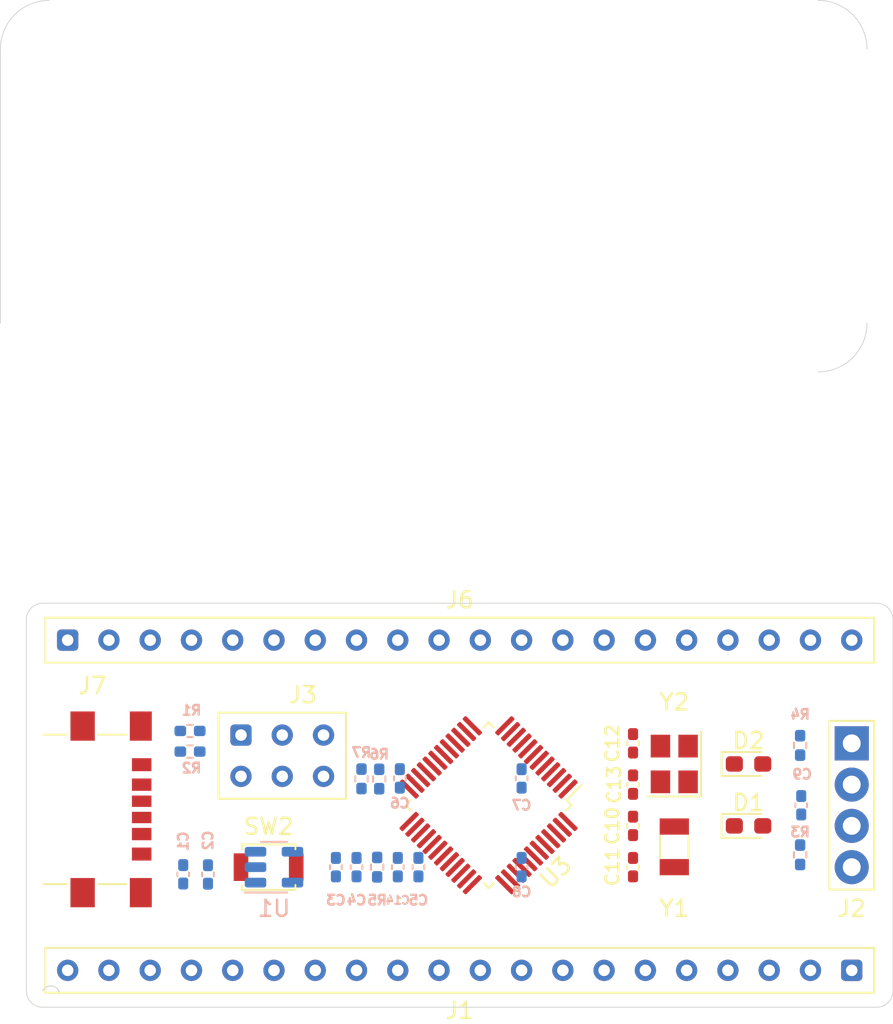
<source format=kicad_pcb>
(kicad_pcb (version 20240108) (generator "pcbnew") (generator_version "8.0")
  (layers (0 "F.Cu" signal) (31 "B.Cu" signal) (34 "B.Paste" user) (35 "F.Paste" user) (36 "B.SilkS" user "B.Silkscreen") (37 "F.SilkS" user "F.Silkscreen") (38 "B.Mask" user) (39 "F.Mask" user) (44 "Edge.Cuts" user))
  (net 0 "")
  (net 1 "+5V")
  (net 2 "GND")
  (net 3 "+3.3V")
  (net 4 "/OSC32_OUT")
  (net 5 "/OSC32_IN")
  (net 6 "/OSC_OUT")
  (net 7 "/OSC_IN")
  (net 8 "/NRST")
  (net 9 "Net-(D1-A)")
  (net 10 "Net-(D2-A)")
  (net 11 "/PA2")
  (net 12 "/PB10")
  (net 13 "/PA7")
  (net 14 "/PA6")
  (net 15 "/PA0")
  (net 16 "/PB1")
  (net 17 "/PB11")
  (net 18 "/PA3")
  (net 19 "/PC13")
  (net 20 "/PB0")
  (net 21 "/PA4")
  (net 22 "/PA1")
  (net 23 "/PA5")
  (net 24 "/PA14{slash}SWCLK")
  (net 25 "/PA13{slash}SWDIO")
  (net 26 "/PA8")
  (net 27 "/PB4")
  (net 28 "/PB6")
  (net 29 "/PB13")
  (net 30 "/PB8")
  (net 31 "/USB_D-_PA11")
  (net 32 "/USB_D+_PA12")
  (net 33 "/PA9{slash}USART1_TX")
  (net 34 "/PB12")
  (net 35 "/PB9")
  (net 36 "/PB7")
  (net 37 "/PB5")
  (net 38 "/PB15")
  (net 39 "/PA10{slash}USART1_RX")
  (net 40 "/PB14")
  (net 41 "/PB3")
  (net 42 "/PA15")
  (net 43 "/BOOT0")
  (net 44 "/BOOT1")
  (net 45 "Net-(J7-CC1)")
  (net 46 "Net-(J7-CC2)")
  (net 47 "Net-(U1-BP)")
  (net 48 "Net-(J3-Pin_2)")
  (net 49 "Net-(J3-Pin_5)")
  (footprint "small_board:CONN_1_04_P2.54mm" (layer "F.Cu") (at 152.4 109.22 -90)
    (property "Reference" "J2" (at 10.16 0 0) (layer "F.SilkS"))
    (property "Value" "SWD")
    (fp_line (start -1.38 1.38) (end 9 1.38) (stroke (width 0.12)) (layer "F.SilkS"))
    (fp_line (start -1.38 -1.38) (end -1.38 1.38) (stroke (width 0.12)) (layer "F.SilkS"))
    (fp_line (start -1.38 -1.38) (end 9 -1.38) (stroke (width 0.12)) (layer "F.SilkS"))
    (fp_line (start 9 -1.38) (end 9 1.38) (stroke (width 0.12)) (layer "F.SilkS"))
    (pad "1" thru_hole rect (at 0 0 270) (size 2.1 2.1) (drill 1.1) (layers "*.Cu" "*.Mask") (net 2 "GND"))
    (pad "2" thru_hole circle (at 2.54 0 270) (size 2.1 2.1) (drill 1.1) (layers "*.Cu" "*.Mask") (net 24 "/PA14{slash}SWCLK"))
    (pad "3" thru_hole circle (at 5.08 0 270) (size 2.1 2.1) (drill 1.1) (layers "*.Cu" "*.Mask") (net 25 "/PA13{slash}SWDIO"))
    (pad "4" thru_hole circle (at 7.62 0 270) (size 2.1 2.1) (drill 1.1) (layers "*.Cu" "*.Mask") (net 3 "+3.3V"))
  )
  (footprint "small_board:CONN_1_20_2.45mm" (layer "F.Cu") (at 152.4 123.19 180)
    (property "Reference" "J1" (at 24.13 -2.47 0) (layer "F.SilkS"))
    (property "Value" "~")
    (fp_line (start 49.64 1.38) (end -1.38 1.38) (stroke (width 0.12)) (layer "F.SilkS"))
    (fp_line (start 49.64 -1.38) (end 49.64 1.38) (stroke (width 0.12)) (layer "F.SilkS"))
    (fp_line (start -1.38 1.38) (end -1.38 -1.38) (stroke (width 0.12)) (layer "F.SilkS"))
    (fp_line (start -1.38 -1.38) (end 49.64 -1.38) (stroke (width 0.12)) (layer "F.SilkS"))
    (pad "1" thru_hole roundrect (at 0 0 180) (size 1.31 1.31) (drill 0.71) (layers "*.Cu" "*.Mask") (roundrect_rratio 0.19084) (net 2 "GND"))
    (pad "2" thru_hole circle (at 2.54 0 180) (size 1.31 1.31) (drill 0.71) (layers "*.Cu" "*.Mask") (net 2 "GND"))
    (pad "3" thru_hole circle (at 5.08 0 180) (size 1.31 1.31) (drill 0.71) (layers "*.Cu" "*.Mask") (net 3 "+3.3V"))
    (pad "4" thru_hole circle (at 7.62 0 180) (size 1.31 1.31) (drill 0.71) (layers "*.Cu" "*.Mask") (net 8 "/NRST"))
    (pad "5" thru_hole circle (at 10.16 0 180) (size 1.31 1.31) (drill 0.71) (layers "*.Cu" "*.Mask") (net 17 "/PB11"))
    (pad "6" thru_hole circle (at 12.7 0 180) (size 1.31 1.31) (drill 0.71) (layers "*.Cu" "*.Mask") (net 12 "/PB10"))
    (pad "7" thru_hole circle (at 15.24 0 180) (size 1.31 1.31) (drill 0.71) (layers "*.Cu" "*.Mask") (net 16 "/PB1"))
    (pad "8" thru_hole circle (at 17.78 0 180) (size 1.31 1.31) (drill 0.71) (layers "*.Cu" "*.Mask") (net 20 "/PB0"))
    (pad "9" thru_hole circle (at 20.32 0 180) (size 1.31 1.31) (drill 0.71) (layers "*.Cu" "*.Mask") (net 13 "/PA7"))
    (pad "10" thru_hole circle (at 22.86 0 180) (size 1.31 1.31) (drill 0.71) (layers "*.Cu" "*.Mask") (net 14 "/PA6"))
    (pad "11" thru_hole circle (at 25.4 0 180) (size 1.31 1.31) (drill 0.71) (layers "*.Cu" "*.Mask") (net 23 "/PA5"))
    (pad "12" thru_hole circle (at 27.94 0 180) (size 1.31 1.31) (drill 0.71) (layers "*.Cu" "*.Mask") (net 21 "/PA4"))
    (pad "13" thru_hole circle (at 30.48 0 180) (size 1.31 1.31) (drill 0.71) (layers "*.Cu" "*.Mask") (net 18 "/PA3"))
    (pad "14" thru_hole circle (at 33.02 0 180) (size 1.31 1.31) (drill 0.71) (layers "*.Cu" "*.Mask") (net 11 "/PA2"))
    (pad "15" thru_hole circle (at 35.56 0 180) (size 1.31 1.31) (drill 0.71) (layers "*.Cu" "*.Mask") (net 22 "/PA1"))
    (pad "16" thru_hole circle (at 38.1 0 180) (size 1.31 1.31) (drill 0.71) (layers "*.Cu" "*.Mask") (net 15 "/PA0"))
    (pad "17" thru_hole circle (at 40.64 0 180) (size 1.31 1.31) (drill 0.71) (layers "*.Cu" "*.Mask") (net 4 "/OSC32_OUT"))
    (pad "18" thru_hole circle (at 43.18 0 180) (size 1.31 1.31) (drill 0.71) (layers "*.Cu" "*.Mask") (net 5 "/OSC32_IN"))
    (pad "19" thru_hole circle (at 45.72 0 180) (size 1.31 1.31) (drill 0.71) (layers "*.Cu" "*.Mask") (net 19 "/PC13"))
    (pad "20" thru_hole circle (at 48.26 0 180) (size 1.31 1.31) (drill 0.71) (layers "*.Cu" "*.Mask") (net 3 "+3.3V"))
  )
  (footprint "Capacitor_SMD:C_0402_1005Metric_Pad0.74x0.62mm_HandSolder" (layer "F.Cu") (at 138.938 111.76 90)
    (property "Reference" "C13" (at 0 -1.16 90) (layer "F.SilkS") (effects (font (size 0.8 0.8))))
    (property "Value" "12PF")
    (fp_line (start -0.115835 -0.36) (end 0.115835 -0.36) (stroke (width 0.12)) (layer "F.SilkS"))
    (fp_line (start -0.115835 0.36) (end 0.115835 0.36) (stroke (width 0.12)) (layer "F.SilkS"))
    (pad "1" smd roundrect (at -0.5675 0 90) (size 0.735 0.62) (layers "F.Cu" "F.Paste" "F.Mask") (net 2 "GND"))
    (pad "2" smd roundrect (at 0.5675 0 90) (size 0.735 0.62) (layers "F.Cu" "F.Paste" "F.Mask") (net 7 "/OSC_IN"))
  )
  (footprint "Crystal:Crystal_SMD_3215-2Pin_3.2x1.5mm" (layer "F.Cu") (at 141.478 115.59 -90)
    (property "Reference" "Y1" (at 3.79 0 0) (layer "F.SilkS"))
    (property "Value" "32.768KHZ")
    (fp_line (start -0.675 0.875) (end 0.675 0.875) (stroke (width 0.12)) (layer "F.SilkS"))
    (fp_line (start -0.675 -0.875) (end 0.675 -0.875) (stroke (width 0.12)) (layer "F.SilkS"))
    (pad "1" smd rect (at 1.25 0 270) (size 1 1.8) (layers "F.Cu" "F.Paste" "F.Mask") (net 5 "/OSC32_IN"))
    (pad "2" smd rect (at -1.25 0 270) (size 1 1.8) (layers "F.Cu" "F.Paste" "F.Mask") (net 4 "/OSC32_OUT"))
  )
  (footprint "LED_SMD:LED_0603_1608Metric_Pad1.05x0.95mm_HandSolder" (layer "F.Cu") (at 146.05 110.49)
    (property "Reference" "D2" (at 0 -1.43 0) (layer "F.SilkS"))
    (property "Value" "LED")
    (fp_line (start -1.66 -0.735) (end -1.66 0.735) (stroke (width 0.12)) (layer "F.SilkS"))
    (fp_line (start -1.66 0.735) (end 0.8 0.735) (stroke (width 0.12)) (layer "F.SilkS"))
    (fp_line (start 0.8 -0.735) (end -1.66 -0.735) (stroke (width 0.12)) (layer "F.SilkS"))
    (pad "1" smd roundrect (at -0.875 0) (size 1.05 0.95) (layers "F.Cu" "F.Paste" "F.Mask") (net 2 "GND"))
    (pad "2" smd roundrect (at 0.875 0) (size 1.05 0.95) (layers "F.Cu" "F.Paste" "F.Mask") (net 10 "Net-(D2-A)"))
  )
  (footprint "Package_QFP:LQFP-48_7x7mm_P0.5mm" (layer "F.Cu") (at 130.048 113.03 -135)
    (property "Reference" "U3" (at 0 -5.85 45) (layer "F.SilkS"))
    (property "Value" "STM32F103C8Tx")
    (fp_line (start 3.61 3.61) (end 3.61 3.16) (stroke (width 0.12)) (layer "F.SilkS"))
    (fp_line (start 3.16 3.61) (end 3.61 3.61) (stroke (width 0.12)) (layer "F.SilkS"))
    (fp_line (start -3.16 3.61) (end -3.61 3.61) (stroke (width 0.12)) (layer "F.SilkS"))
    (fp_line (start -3.61 3.61) (end -3.61 3.16) (stroke (width 0.12)) (layer "F.SilkS"))
    (fp_line (start 3.61 -3.61) (end 3.61 -3.16) (stroke (width 0.12)) (layer "F.SilkS"))
    (fp_line (start 3.16 -3.61) (end 3.61 -3.61) (stroke (width 0.12)) (layer "F.SilkS"))
    (fp_line (start -3.61 -3.16) (end -4.9 -3.16) (stroke (width 0.12)) (layer "F.SilkS"))
    (fp_line (start -3.16 -3.61) (end -3.61 -3.61) (stroke (width 0.12)) (layer "F.SilkS"))
    (fp_line (start -3.61 -3.61) (end -3.61 -3.16) (stroke (width 0.12)) (layer "F.SilkS"))
    (pad "1" smd roundrect (at -4.1625 -2.75 225) (size 1.475 0.3) (layers "F.Cu" "F.Paste" "F.Mask") (net 3 "+3.3V"))
    (pad "2" smd roundrect (at -4.1625 -2.25 225) (size 1.475 0.3) (layers "F.Cu" "F.Paste" "F.Mask") (net 19 "/PC13"))
    (pad "3" smd roundrect (at -4.1625 -1.75 225) (size 1.475 0.3) (layers "F.Cu" "F.Paste" "F.Mask") (net 5 "/OSC32_IN"))
    (pad "4" smd roundrect (at -4.1625 -1.249999 225) (size 1.475 0.3) (layers "F.Cu" "F.Paste" "F.Mask") (net 4 "/OSC32_OUT"))
    (pad "5" smd roundrect (at -4.1625 -0.75 225) (size 1.475 0.3) (layers "F.Cu" "F.Paste" "F.Mask") (net 7 "/OSC_IN"))
    (pad "6" smd roundrect (at -4.1625 -0.25 225) (size 1.475 0.3) (layers "F.Cu" "F.Paste" "F.Mask") (net 6 "/OSC_OUT"))
    (pad "7" smd roundrect (at -4.1625 0.25 225) (size 1.475 0.3) (layers "F.Cu" "F.Paste" "F.Mask") (net 8 "/NRST"))
    (pad "8" smd roundrect (at -4.1625 0.75 225) (size 1.475 0.3) (layers "F.Cu" "F.Paste" "F.Mask") (net 2 "GND"))
    (pad "9" smd roundrect (at -4.1625 1.249999 225) (size 1.475 0.3) (layers "F.Cu" "F.Paste" "F.Mask") (net 3 "+3.3V"))
    (pad "10" smd roundrect (at -4.1625 1.75 225) (size 1.475 0.3) (layers "F.Cu" "F.Paste" "F.Mask") (net 15 "/PA0"))
    (pad "11" smd roundrect (at -4.1625 2.25 225) (size 1.475 0.3) (layers "F.Cu" "F.Paste" "F.Mask") (net 22 "/PA1"))
    (pad "12" smd roundrect (at -4.1625 2.75 225) (size 1.475 0.3) (layers "F.Cu" "F.Paste" "F.Mask") (net 11 "/PA2"))
    (pad "13" smd roundrect (at -2.75 4.1625 225) (size 0.3 1.475) (layers "F.Cu" "F.Paste" "F.Mask") (net 18 "/PA3"))
    (pad "14" smd roundrect (at -2.25 4.1625 225) (size 0.3 1.475) (layers "F.Cu" "F.Paste" "F.Mask") (net 21 "/PA4"))
    (pad "15" smd roundrect (at -1.75 4.1625 225) (size 0.3 1.475) (layers "F.Cu" "F.Paste" "F.Mask") (net 23 "/PA5"))
    (pad "16" smd roundrect (at -1.249999 4.1625 225) (size 0.3 1.475) (layers "F.Cu" "F.Paste" "F.Mask") (net 14 "/PA6"))
    (pad "17" smd roundrect (at -0.75 4.1625 225) (size 0.3 1.475) (layers "F.Cu" "F.Paste" "F.Mask") (net 13 "/PA7"))
    (pad "18" smd roundrect (at -0.25 4.1625 225) (size 0.3 1.475) (layers "F.Cu" "F.Paste" "F.Mask") (net 20 "/PB0"))
    (pad "19" smd roundrect (at 0.25 4.1625 225) (size 0.3 1.475) (layers "F.Cu" "F.Paste" "F.Mask") (net 16 "/PB1"))
    (pad "20" smd roundrect (at 0.75 4.1625 225) (size 0.3 1.475) (layers "F.Cu" "F.Paste" "F.Mask") (net 44 "/BOOT1"))
    (pad "21" smd roundrect (at 1.249999 4.1625 225) (size 0.3 1.475) (layers "F.Cu" "F.Paste" "F.Mask") (net 12 "/PB10"))
    (pad "22" smd roundrect (at 1.75 4.1625 225) (size 0.3 1.475) (layers "F.Cu" "F.Paste" "F.Mask") (net 17 "/PB11"))
    (pad "23" smd roundrect (at 2.25 4.1625 225) (size 0.3 1.475) (layers "F.Cu" "F.Paste" "F.Mask") (net 2 "GND"))
    (pad "24" smd roundrect (at 2.75 4.1625 225) (size 0.3 1.475) (layers "F.Cu" "F.Paste" "F.Mask") (net 3 "+3.3V"))
    (pad "25" smd roundrect (at 4.1625 2.75 225) (size 1.475 0.3) (layers "F.Cu" "F.Paste" "F.Mask") (net 34 "/PB12"))
    (pad "26" smd roundrect (at 4.1625 2.25 225) (size 1.475 0.3) (layers "F.Cu" "F.Paste" "F.Mask") (net 29 "/PB13"))
    (pad "27" smd roundrect (at 4.1625 1.75 225) (size 1.475 0.3) (layers "F.Cu" "F.Paste" "F.Mask") (net 40 "/PB14"))
    (pad "28" smd roundrect (at 4.1625 1.249999 225) (size 1.475 0.3) (layers "F.Cu" "F.Paste" "F.Mask") (net 38 "/PB15"))
    (pad "29" smd roundrect (at 4.1625 0.75 225) (size 1.475 0.3) (layers "F.Cu" "F.Paste" "F.Mask") (net 26 "/PA8"))
    (pad "30" smd roundrect (at 4.1625 0.25 225) (size 1.475 0.3) (layers "F.Cu" "F.Paste" "F.Mask") (net 33 "/PA9{slash}USART1_TX"))
    (pad "31" smd roundrect (at 4.1625 -0.25 225) (size 1.475 0.3) (layers "F.Cu" "F.Paste" "F.Mask") (net 39 "/PA10{slash}USART1_RX"))
    (pad "32" smd roundrect (at 4.1625 -0.75 225) (size 1.475 0.3) (layers "F.Cu" "F.Paste" "F.Mask") (net 31 "/USB_D-_PA11"))
    (pad "33" smd roundrect (at 4.1625 -1.249999 225) (size 1.475 0.3) (layers "F.Cu" "F.Paste" "F.Mask") (net 32 "/USB_D+_PA12"))
    (pad "34" smd roundrect (at 4.1625 -1.75 225) (size 1.475 0.3) (layers "F.Cu" "F.Paste" "F.Mask") (net 25 "/PA13{slash}SWDIO"))
    (pad "35" smd roundrect (at 4.1625 -2.25 225) (size 1.475 0.3) (layers "F.Cu" "F.Paste" "F.Mask") (net 2 "GND"))
    (pad "36" smd roundrect (at 4.1625 -2.75 225) (size 1.475 0.3) (layers "F.Cu" "F.Paste" "F.Mask") (net 3 "+3.3V"))
    (pad "37" smd roundrect (at 2.75 -4.1625 225) (size 0.3 1.475) (layers "F.Cu" "F.Paste" "F.Mask") (net 24 "/PA14{slash}SWCLK"))
    (pad "38" smd roundrect (at 2.25 -4.1625 225) (size 0.3 1.475) (layers "F.Cu" "F.Paste" "F.Mask") (net 42 "/PA15"))
    (pad "39" smd roundrect (at 1.75 -4.1625 225) (size 0.3 1.475) (layers "F.Cu" "F.Paste" "F.Mask") (net 41 "/PB3"))
    (pad "40" smd roundrect (at 1.249999 -4.1625 225) (size 0.3 1.475) (layers "F.Cu" "F.Paste" "F.Mask") (net 27 "/PB4"))
    (pad "41" smd roundrect (at 0.75 -4.1625 225) (size 0.3 1.475) (layers "F.Cu" "F.Paste" "F.Mask") (net 37 "/PB5"))
    (pad "42" smd roundrect (at 0.25 -4.1625 225) (size 0.3 1.475) (layers "F.Cu" "F.Paste" "F.Mask") (net 28 "/PB6"))
    (pad "43" smd roundrect (at -0.25 -4.1625 225) (size 0.3 1.475) (layers "F.Cu" "F.Paste" "F.Mask") (net 36 "/PB7"))
    (pad "44" smd roundrect (at -0.75 -4.1625 225) (size 0.3 1.475) (layers "F.Cu" "F.Paste" "F.Mask") (net 43 "/BOOT0"))
    (pad "45" smd roundrect (at -1.249999 -4.1625 225) (size 0.3 1.475) (layers "F.Cu" "F.Paste" "F.Mask") (net 30 "/PB8"))
    (pad "46" smd roundrect (at -1.75 -4.1625 225) (size 0.3 1.475) (layers "F.Cu" "F.Paste" "F.Mask") (net 35 "/PB9"))
    (pad "47" smd roundrect (at -2.25 -4.1625 225) (size 0.3 1.475) (layers "F.Cu" "F.Paste" "F.Mask") (net 2 "GND"))
    (pad "48" smd roundrect (at -2.75 -4.1625 225) (size 0.3 1.475) (layers "F.Cu" "F.Paste" "F.Mask") (net 3 "+3.3V"))
  )
  (footprint "Crystal:Crystal_SMD_3225-4Pin_3.2x2.5mm" (layer "F.Cu") (at 141.478 110.49 90)
    (property "Reference" "Y2" (at 3.81 0 180) (layer "F.SilkS"))
    (property "Value" "8MHZ")
    (fp_line (start -2 -1.65) (end -2 1.65) (stroke (width 0.12)) (layer "F.SilkS"))
    (fp_line (start -2 1.65) (end 2 1.65) (stroke (width 0.12)) (layer "F.SilkS"))
    (pad "1" smd rect (at -1.1 0.85 90) (size 1.4 1.2) (layers "F.Cu" "F.Paste" "F.Mask") (net 7 "/OSC_IN"))
    (pad "2" smd rect (at 1.1 0.85 90) (size 1.4 1.2) (layers "F.Cu" "F.Paste" "F.Mask") (net 2 "GND"))
    (pad "3" smd rect (at 1.1 -0.85 90) (size 1.4 1.2) (layers "F.Cu" "F.Paste" "F.Mask") (net 6 "/OSC_OUT"))
    (pad "4" smd rect (at -1.1 -0.85 90) (size 1.4 1.2) (layers "F.Cu" "F.Paste" "F.Mask") (net 2 "GND"))
  )
  (footprint "Capacitor_SMD:C_0402_1005Metric_Pad0.74x0.62mm_HandSolder" (layer "F.Cu") (at 138.938 109.22 -90)
    (property "Reference" "C12" (at 0 1.27 -90) (layer "F.SilkS") (effects (font (size 0.8 0.8))))
    (property "Value" "12PF")
    (fp_line (start -0.115835 0.36) (end 0.115835 0.36) (stroke (width 0.12)) (layer "F.SilkS"))
    (fp_line (start -0.115835 -0.36) (end 0.115835 -0.36) (stroke (width 0.12)) (layer "F.SilkS"))
    (pad "1" smd roundrect (at -0.5675 0 270) (size 0.735 0.62) (layers "F.Cu" "F.Paste" "F.Mask") (net 6 "/OSC_OUT"))
    (pad "2" smd roundrect (at 0.5675 0 270) (size 0.735 0.62) (layers "F.Cu" "F.Paste" "F.Mask") (net 2 "GND"))
  )
  (footprint "Capacitor_SMD:C_0402_1005Metric_Pad0.74x0.62mm_HandSolder" (layer "F.Cu") (at 138.938 116.84 -90)
    (property "Reference" "C11" (at 0 1.27 90) (layer "F.SilkS") (effects (font (size 0.8 0.8))))
    (property "Value" "12PF")
    (fp_line (start -0.115835 0.36) (end 0.115835 0.36) (stroke (width 0.12)) (layer "F.SilkS"))
    (fp_line (start -0.115835 -0.36) (end 0.115835 -0.36) (stroke (width 0.12)) (layer "F.SilkS"))
    (pad "1" smd roundrect (at -0.5675 0 270) (size 0.735 0.62) (layers "F.Cu" "F.Paste" "F.Mask") (net 5 "/OSC32_IN"))
    (pad "2" smd roundrect (at 0.5675 0 270) (size 0.735 0.62) (layers "F.Cu" "F.Paste" "F.Mask") (net 2 "GND"))
  )
  (footprint "LED_SMD:LED_0603_1608Metric_Pad1.05x0.95mm_HandSolder" (layer "F.Cu") (at 146.05 114.3)
    (property "Reference" "D1" (at 0 -1.43 0) (layer "F.SilkS"))
    (property "Value" "LED")
    (fp_line (start -1.66 -0.735) (end -1.66 0.735) (stroke (width 0.12)) (layer "F.SilkS"))
    (fp_line (start -1.66 0.735) (end 0.8 0.735) (stroke (width 0.12)) (layer "F.SilkS"))
    (fp_line (start 0.8 -0.735) (end -1.66 -0.735) (stroke (width 0.12)) (layer "F.SilkS"))
    (pad "1" smd roundrect (at -0.875 0) (size 1.05 0.95) (layers "F.Cu" "F.Paste" "F.Mask") (net 2 "GND"))
    (pad "2" smd roundrect (at 0.875 0) (size 1.05 0.95) (layers "F.Cu" "F.Paste" "F.Mask") (net 9 "Net-(D1-A)"))
  )
  (footprint "small_board:CONN_2x03_P2.54mm" (layer "F.Cu") (at 114.808 108.712)
    (property "Reference" "J3" (at 3.81 -2.47 0) (layer "F.SilkS"))
    (property "Value" "BOOT SWITCH")
    (fp_line (start -1.38 -1.38) (end 6.46 -1.38) (stroke (width 0.12)) (layer "F.SilkS"))
    (fp_line (start -1.38 3.92) (end -1.38 -1.38) (stroke (width 0.12)) (layer "F.SilkS"))
    (fp_line (start 6.46 -1.38) (end 6.46 3.92) (stroke (width 0.12)) (layer "F.SilkS"))
    (fp_line (start 6.46 3.92) (end -1.38 3.92) (stroke (width 0.12)) (layer "F.SilkS"))
    (pad "1" thru_hole roundrect (at 0 0) (size 1.31 1.31) (drill 0.71) (layers "*.Cu" "*.Mask") (roundrect_rratio 0.19084) (net 3 "+3.3V"))
    (pad "2" thru_hole circle (at 2.54 0) (size 1.31 1.31) (drill 0.71) (layers "*.Cu" "*.Mask") (net 48 "Net-(J3-Pin_2)"))
    (pad "3" thru_hole circle (at 5.08 0) (size 1.31 1.31) (drill 0.71) (layers "*.Cu" "*.Mask") (net 2 "GND"))
    (pad "4" thru_hole circle (at 0 2.54) (size 1.31 1.31) (drill 0.71) (layers "*.Cu" "*.Mask") (net 3 "+3.3V"))
    (pad "5" thru_hole circle (at 2.54 2.54) (size 1.31 1.31) (drill 0.71) (layers "*.Cu" "*.Mask") (net 49 "Net-(J3-Pin_5)"))
    (pad "6" thru_hole circle (at 5.08 2.54) (size 1.31 1.31) (drill 0.71) (layers "*.Cu" "*.Mask") (net 2 "GND"))
  )
  (footprint "Connector_USB:USB_C_Receptacle_GCT_USB4135-GF-A_6P_TopMnt_Horizontal" (layer "F.Cu") (at 105.664 113.284 -90)
    (property "Reference" "J7" (at -7.62 0 0) (layer "F.SilkS"))
    (property "Value" "USB C Power")
    (fp_line (start -4.6 1.6) (end -4.6 3) (stroke (width 0.12)) (layer "F.SilkS"))
    (fp_line (start 4.6 1.6) (end 4.6 3) (stroke (width 0.12)) (layer "F.SilkS"))
    (fp_line (start -4.6 -2.1025) (end -4.6 -0.3475) (stroke (width 0.12)) (layer "F.SilkS"))
    (fp_line (start 4.6 -2.1025) (end 4.6 -0.3475) (stroke (width 0.12)) (layer "F.SilkS"))
    (pad "A5" smd rect (at -0.5 -3.0325 270) (size 0.7 1.2) (layers "F.Cu" "F.Paste" "F.Mask") (net 45 "Net-(J7-CC1)"))
    (pad "A9" smd rect (at 1.52 -3.0325 90) (size 0.76 1.2) (layers "F.Cu" "F.Paste" "F.Mask") (net 1 "+5V"))
    (pad "A12" smd rect (at 2.75 -3.0325 90) (size 0.8 1.2) (layers "F.Cu" "F.Paste" "F.Mask") (net 2 "GND"))
    (pad "B5" smd rect (at 0.5 -3.0325 90) (size 0.7 1.2) (layers "F.Cu" "F.Paste" "F.Mask") (net 46 "Net-(J7-CC2)"))
    (pad "B9" smd rect (at -1.52 -3.0325 270) (size 0.76 1.2) (layers "F.Cu" "F.Paste" "F.Mask") (net 1 "+5V"))
    (pad "B12" smd rect (at -2.75 -3.0325 270) (size 0.8 1.2) (layers "F.Cu" "F.Paste" "F.Mask") (net 2 "GND"))
    (pad "S1" smd rect (at -5.125 -2.9775 270) (size 1.8 1.35) (layers "F.Cu" "F.Paste" "F.Mask") (net 2 "GND"))
    (pad "S1" smd rect (at -5.125 0.6025 270) (size 1.8 1.5) (layers "F.Cu" "F.Paste" "F.Mask") (net 2 "GND"))
    (pad "S1" smd rect (at 5.125 -2.9775 270) (size 1.8 1.35) (layers "F.Cu" "F.Paste" "F.Mask") (net 2 "GND"))
    (pad "S1" smd rect (at 5.125 0.6025 270) (size 1.8 1.5) (layers "F.Cu" "F.Paste" "F.Mask") (net 2 "GND"))
  )
  (footprint "Capacitor_SMD:C_0402_1005Metric_Pad0.74x0.62mm_HandSolder" (layer "F.Cu") (at 138.938 114.3 -90)
    (property "Reference" "C10" (at 0 1.27 90) (layer "F.SilkS") (effects (font (size 0.8 0.8))))
    (property "Value" "12PF")
    (fp_line (start -0.115835 0.36) (end 0.115835 0.36) (stroke (width 0.12)) (layer "F.SilkS"))
    (fp_line (start -0.115835 -0.36) (end 0.115835 -0.36) (stroke (width 0.12)) (layer "F.SilkS"))
    (pad "1" smd roundrect (at -0.5675 0 270) (size 0.735 0.62) (layers "F.Cu" "F.Paste" "F.Mask") (net 2 "GND"))
    (pad "2" smd roundrect (at 0.5675 0 270) (size 0.735 0.62) (layers "F.Cu" "F.Paste" "F.Mask") (net 4 "/OSC32_OUT"))
  )
  (footprint "small_board:CONN_1_20_2.45mm" (layer "F.Cu") (at 104.14 102.87)
    (property "Reference" "J6" (at 24.13 -2.47 0) (layer "F.SilkS"))
    (property "Value" "~")
    (fp_line (start -1.38 -1.38) (end 49.64 -1.38) (stroke (width 0.12)) (layer "F.SilkS"))
    (fp_line (start -1.38 1.38) (end -1.38 -1.38) (stroke (width 0.12)) (layer "F.SilkS"))
    (fp_line (start 49.64 -1.38) (end 49.64 1.38) (stroke (width 0.12)) (layer "F.SilkS"))
    (fp_line (start 49.64 1.38) (end -1.38 1.38) (stroke (width 0.12)) (layer "F.SilkS"))
    (pad "1" thru_hole roundrect (at 0 0) (size 1.31 1.31) (drill 0.71) (layers "*.Cu" "*.Mask") (roundrect_rratio 0.19084) (net 3 "+3.3V"))
    (pad "2" thru_hole circle (at 2.54 0) (size 1.31 1.31) (drill 0.71) (layers "*.Cu" "*.Mask") (net 2 "GND"))
    (pad "3" thru_hole circle (at 5.08 0) (size 1.31 1.31) (drill 0.71) (layers "*.Cu" "*.Mask") (net 1 "+5V"))
    (pad "4" thru_hole circle (at 7.62 0) (size 1.31 1.31) (drill 0.71) (layers "*.Cu" "*.Mask") (net 35 "/PB9"))
    (pad "5" thru_hole circle (at 10.16 0) (size 1.31 1.31) (drill 0.71) (layers "*.Cu" "*.Mask") (net 30 "/PB8"))
    (pad "6" thru_hole circle (at 12.7 0) (size 1.31 1.31) (drill 0.71) (layers "*.Cu" "*.Mask") (net 36 "/PB7"))
    (pad "7" thru_hole circle (at 15.24 0) (size 1.31 1.31) (drill 0.71) (layers "*.Cu" "*.Mask") (net 28 "/PB6"))
    (pad "8" thru_hole circle (at 17.78 0) (size 1.31 1.31) (drill 0.71) (layers "*.Cu" "*.Mask") (net 37 "/PB5"))
    (pad "9" thru_hole circle (at 20.32 0) (size 1.31 1.31) (drill 0.71) (layers "*.Cu" "*.Mask") (net 27 "/PB4"))
    (pad "10" thru_hole circle (at 22.86 0) (size 1.31 1.31) (drill 0.71) (layers "*.Cu" "*.Mask") (net 41 "/PB3"))
    (pad "11" thru_hole circle (at 25.4 0) (size 1.31 1.31) (drill 0.71) (layers "*.Cu" "*.Mask") (net 42 "/PA15"))
    (pad "12" thru_hole circle (at 27.94 0) (size 1.31 1.31) (drill 0.71) (layers "*.Cu" "*.Mask") (net 32 "/USB_D+_PA12"))
    (pad "13" thru_hole circle (at 30.48 0) (size 1.31 1.31) (drill 0.71) (layers "*.Cu" "*.Mask") (net 31 "/USB_D-_PA11"))
    (pad "14" thru_hole circle (at 33.02 0) (size 1.31 1.31) (drill 0.71) (layers "*.Cu" "*.Mask") (net 39 "/PA10{slash}USART1_RX"))
    (pad "15" thru_hole circle (at 35.56 0) (size 1.31 1.31) (drill 0.71) (layers "*.Cu" "*.Mask") (net 33 "/PA9{slash}USART1_TX"))
    (pad "16" thru_hole circle (at 38.1 0) (size 1.31 1.31) (drill 0.71) (layers "*.Cu" "*.Mask") (net 26 "/PA8"))
    (pad "17" thru_hole circle (at 40.64 0) (size 1.31 1.31) (drill 0.71) (layers "*.Cu" "*.Mask") (net 38 "/PB15"))
    (pad "18" thru_hole circle (at 43.18 0) (size 1.31 1.31) (drill 0.71) (layers "*.Cu" "*.Mask") (net 40 "/PB14"))
    (pad "19" thru_hole circle (at 45.72 0) (size 1.31 1.31) (drill 0.71) (layers "*.Cu" "*.Mask") (net 29 "/PB13"))
    (pad "20" thru_hole circle (at 48.26 0) (size 1.31 1.31) (drill 0.71) (layers "*.Cu" "*.Mask") (net 34 "/PB12"))
  )
  (footprint "Button_Switch_SMD:SW_SPST_B3U-1000P" (layer "F.Cu") (at 116.508 116.84)
    (property "Reference" "SW2" (at 0 -2.5 0) (layer "F.SilkS"))
    (property "Value" "RESET")
    (fp_line (start -1.65 -1.4) (end 1.65 -1.4) (stroke (width 0.12)) (layer "F.SilkS"))
    (fp_line (start -1.65 -1.1) (end -1.65 -1.4) (stroke (width 0.12)) (layer "F.SilkS"))
    (fp_line (start -1.65 1.1) (end -1.65 1.4) (stroke (width 0.12)) (layer "F.SilkS"))
    (fp_line (start -1.65 1.4) (end 1.65 1.4) (stroke (width 0.12)) (layer "F.SilkS"))
    (fp_line (start 1.65 -1.4) (end 1.65 -1.1) (stroke (width 0.12)) (layer "F.SilkS"))
    (fp_line (start 1.65 1.4) (end 1.65 1.1) (stroke (width 0.12)) (layer "F.SilkS"))
    (pad "1" smd rect (at -1.7 0) (size 0.9 1.7) (layers "F.Cu" "F.Paste" "F.Mask") (net 2 "GND"))
    (pad "2" smd rect (at 1.7 0) (size 0.9 1.7) (layers "F.Cu" "F.Paste" "F.Mask") (net 8 "/NRST"))
  )
  (footprint "Resistor_SMD:R_0402_1005Metric_Pad0.72x0.64mm_HandSolder" (layer "B.Cu") (at 123.317 111.4165 90)
    (property "Reference" "R6" (at 1.524 0 0) (layer "B.SilkS") (effects (font (size 0.6 0.6) (thickness 0.15) (bold yes)) (justify mirror)))
    (property "Value" "10KΩ")
    (fp_line (start 0.167621 -0.38) (end -0.167621 -0.38) (stroke (width 0.12)) (layer "B.SilkS"))
    (fp_line (start 0.167621 0.38) (end -0.167621 0.38) (stroke (width 0.12)) (layer "B.SilkS"))
    (pad "1" smd roundrect (at -0.5975 0 90) (size 0.715 0.64) (layers "B.Cu" "B.Paste" "B.Mask") (net 43 "/BOOT0"))
    (pad "2" smd roundrect (at 0.5975 0 90) (size 0.715 0.64) (layers "B.Cu" "B.Paste" "B.Mask") (net 48 "Net-(J3-Pin_2)"))
  )
  (footprint "Capacitor_SMD:C_0402_1005Metric_Pad0.74x0.62mm_HandSolder" (layer "B.Cu") (at 111.252 117.2805 90)
    (property "Reference" "C1" (at 2.032 0 90) (layer "B.SilkS") (effects (font (size 0.6 0.6)) (justify mirror)))
    (property "Value" "470nF")
    (fp_line (start 0.115835 -0.36) (end -0.115835 -0.36) (stroke (width 0.12)) (layer "B.SilkS"))
    (fp_line (start 0.115835 0.36) (end -0.115835 0.36) (stroke (width 0.12)) (layer "B.SilkS"))
    (pad "1" smd roundrect (at -0.5675 0 90) (size 0.735 0.62) (layers "B.Cu" "B.Paste" "B.Mask") (net 1 "+5V"))
    (pad "2" smd roundrect (at 0.5675 0 90) (size 0.735 0.62) (layers "B.Cu" "B.Paste" "B.Mask") (net 2 "GND"))
  )
  (footprint "Capacitor_SMD:C_0402_1005Metric_Pad0.74x0.62mm_HandSolder" (layer "B.Cu") (at 132.08 116.84 -90)
    (property "Reference" "C8" (at 1.524 0 0) (layer "B.SilkS") (effects (font (size 0.6 0.6)) (justify mirror)))
    (property "Value" "1uF")
    (fp_line (start 0.115835 0.36) (end -0.115835 0.36) (stroke (width 0.12)) (layer "B.SilkS"))
    (fp_line (start 0.115835 -0.36) (end -0.115835 -0.36) (stroke (width 0.12)) (layer "B.SilkS"))
    (pad "1" smd roundrect (at -0.5675 0 270) (size 0.735 0.62) (layers "B.Cu" "B.Paste" "B.Mask") (net 3 "+3.3V"))
    (pad "2" smd roundrect (at 0.5675 0 270) (size 0.735 0.62) (layers "B.Cu" "B.Paste" "B.Mask") (net 2 "GND"))
  )
  (footprint "Resistor_SMD:R_0402_1005Metric_Pad0.72x0.64mm_HandSolder" (layer "B.Cu") (at 111.6705 108.458 180)
    (property "Reference" "R1" (at -0.0895 1.27 180) (layer "B.SilkS") (effects (font (size 0.6 0.6)) (justify mirror)))
    (property "Value" "5.1KΩ")
    (fp_line (start 0.167621 0.38) (end -0.167621 0.38) (stroke (width 0.12)) (layer "B.SilkS"))
    (fp_line (start 0.167621 -0.38) (end -0.167621 -0.38) (stroke (width 0.12)) (layer "B.SilkS"))
    (pad "1" smd roundrect (at -0.5975 0 180) (size 0.715 0.64) (layers "B.Cu" "B.Paste" "B.Mask") (net 2 "GND"))
    (pad "2" smd roundrect (at 0.5975 0 180) (size 0.715 0.64) (layers "B.Cu" "B.Paste" "B.Mask") (net 45 "Net-(J7-CC1)"))
  )
  (footprint "Resistor_SMD:R_0402_1005Metric_Pad0.72x0.64mm_HandSolder" (layer "B.Cu") (at 111.6705 109.728)
    (property "Reference" "R2" (at 0.0895 1.016 180) (layer "B.SilkS") (effects (font (size 0.6 0.6)) (justify mirror)))
    (property "Value" "5.1KΩ")
    (fp_line (start 0.167621 -0.38) (end -0.167621 -0.38) (stroke (width 0.12)) (layer "B.SilkS"))
    (fp_line (start 0.167621 0.38) (end -0.167621 0.38) (stroke (width 0.12)) (layer "B.SilkS"))
    (pad "1" smd roundrect (at -0.5975 0) (size 0.715 0.64) (layers "B.Cu" "B.Paste" "B.Mask") (net 46 "Net-(J7-CC2)"))
    (pad "2" smd roundrect (at 0.5975 0) (size 0.715 0.64) (layers "B.Cu" "B.Paste" "B.Mask") (net 2 "GND"))
  )
  (footprint "Resistor_SMD:R_0402_1005Metric_Pad0.72x0.64mm_HandSolder" (layer "B.Cu") (at 149.225 109.347 -90)
    (property "Reference" "R4" (at -1.905 0 180) (layer "B.SilkS") (effects (font (size 0.6 0.6)) (justify mirror)))
    (property "Value" "1KΩ")
    (fp_line (start 0.167621 0.38) (end -0.167621 0.38) (stroke (width 0.12)) (layer "B.SilkS"))
    (fp_line (start 0.167621 -0.38) (end -0.167621 -0.38) (stroke (width 0.12)) (layer "B.SilkS"))
    (pad "1" smd roundrect (at -0.5975 0 270) (size 0.715 0.64) (layers "B.Cu" "B.Paste" "B.Mask") (net 19 "/PC13"))
    (pad "2" smd roundrect (at 0.5975 0 270) (size 0.715 0.64) (layers "B.Cu" "B.Paste" "B.Mask") (net 10 "Net-(D2-A)"))
  )
  (footprint "Capacitor_SMD:C_0402_1005Metric_Pad0.74x0.62mm_HandSolder" (layer "B.Cu") (at 112.776 117.2885 -90)
    (property "Reference" "C2" (at -2.0915 0 90) (layer "B.SilkS") (effects (font (size 0.6 0.6)) (justify mirror)))
    (property "Value" "2.2uF")
    (fp_line (start 0.115835 0.36) (end -0.115835 0.36) (stroke (width 0.12)) (layer "B.SilkS"))
    (fp_line (start 0.115835 -0.36) (end -0.115835 -0.36) (stroke (width 0.12)) (layer "B.SilkS"))
    (pad "1" smd roundrect (at -0.5675 0 270) (size 0.735 0.62) (layers "B.Cu" "B.Paste" "B.Mask") (net 2 "GND"))
    (pad "2" smd roundrect (at 0.5675 0 270) (size 0.735 0.62) (layers "B.Cu" "B.Paste" "B.Mask") (net 1 "+5V"))
  )
  (footprint "Capacitor_SMD:C_0402_1005Metric_Pad0.74x0.62mm_HandSolder" (layer "B.Cu") (at 120.65 116.84 90)
    (property "Reference" "C3" (at -2.032 0 180) (layer "B.SilkS") (effects (font (size 0.6 0.6)) (justify mirror)))
    (property "Value" "470nF")
    (fp_line (start 0.115835 -0.36) (end -0.115835 -0.36) (stroke (width 0.12)) (layer "B.SilkS"))
    (fp_line (start 0.115835 0.36) (end -0.115835 0.36) (stroke (width 0.12)) (layer "B.SilkS"))
    (pad "1" smd roundrect (at -0.5675 0 90) (size 0.735 0.62) (layers "B.Cu" "B.Paste" "B.Mask") (net 47 "Net-(U1-BP)"))
    (pad "2" smd roundrect (at 0.5675 0 90) (size 0.735 0.62) (layers "B.Cu" "B.Paste" "B.Mask") (net 2 "GND"))
  )
  (footprint "Package_TO_SOT_SMD:SOT-23-5" (layer "B.Cu") (at 116.84 116.84)
    (property "Reference" "U1" (at 0 2.54 0) (layer "B.SilkS") (effects (justify mirror)))
    (property "Value" "POWER")
    (fp_line (start -1.8 1.56) (end 0 1.56) (stroke (width 0.12)) (layer "B.SilkS"))
    (fp_line (start -0.8 -1.56) (end 0 -1.56) (stroke (width 0.12)) (layer "B.SilkS"))
    (fp_line (start 0.8 -1.56) (end 0 -1.56) (stroke (width 0.12)) (layer "B.SilkS"))
    (fp_line (start 0.8 1.56) (end 0 1.56) (stroke (width 0.12)) (layer "B.SilkS"))
    (pad "1" smd roundrect (at -1.1375 0.95) (size 1.325 0.6) (layers "B.Cu" "B.Paste" "B.Mask") (net 1 "+5V"))
    (pad "2" smd roundrect (at -1.1375 0) (size 1.325 0.6) (layers "B.Cu" "B.Paste" "B.Mask") (net 2 "GND"))
    (pad "3" smd roundrect (at -1.1375 -0.95) (size 1.325 0.6) (layers "B.Cu" "B.Paste" "B.Mask") (net 1 "+5V"))
    (pad "4" smd roundrect (at 1.1375 -0.95) (size 1.325 0.6) (layers "B.Cu" "B.Paste" "B.Mask") (net 47 "Net-(U1-BP)"))
    (pad "5" smd roundrect (at 1.1375 0.95) (size 1.325 0.6) (layers "B.Cu" "B.Paste" "B.Mask") (net 3 "+3.3V"))
  )
  (footprint "Capacitor_SMD:C_0402_1005Metric_Pad0.74x0.62mm_HandSolder" (layer "B.Cu") (at 121.92 116.84 -90)
    (property "Reference" "C4" (at 2.032 0 180) (layer "B.SilkS") (effects (font (size 0.6 0.6)) (justify mirror)))
    (property "Value" "2.2uF")
    (fp_line (start 0.115835 0.36) (end -0.115835 0.36) (stroke (width 0.12)) (layer "B.SilkS"))
    (fp_line (start 0.115835 -0.36) (end -0.115835 -0.36) (stroke (width 0.12)) (layer "B.SilkS"))
    (pad "1" smd roundrect (at -0.5675 0 270) (size 0.735 0.62) (layers "B.Cu" "B.Paste" "B.Mask") (net 2 "GND"))
    (pad "2" smd roundrect (at 0.5675 0 270) (size 0.735 0.62) (layers "B.Cu" "B.Paste" "B.Mask") (net 3 "+3.3V"))
  )
  (footprint "Resistor_SMD:R_0402_1005Metric_Pad0.72x0.64mm_HandSolder" (layer "B.Cu") (at 123.19 116.84 90)
    (property "Reference" "R5" (at -2.032 0 180) (layer "B.SilkS") (effects (font (size 0.6 0.6)) (justify mirror)))
    (property "Value" "10KΩ")
    (fp_line (start 0.167621 -0.38) (end -0.167621 -0.38) (stroke (width 0.12)) (layer "B.SilkS"))
    (fp_line (start 0.167621 0.38) (end -0.167621 0.38) (stroke (width 0.12)) (layer "B.SilkS"))
    (pad "1" smd roundrect (at -0.5975 0 90) (size 0.715 0.64) (layers "B.Cu" "B.Paste" "B.Mask") (net 3 "+3.3V"))
    (pad "2" smd roundrect (at 0.5975 0 90) (size 0.715 0.64) (layers "B.Cu" "B.Paste" "B.Mask") (net 8 "/NRST"))
  )
  (footprint "Capacitor_SMD:C_0402_1005Metric_Pad0.74x0.62mm_HandSolder" (layer "B.Cu") (at 132.08 111.379 -90)
    (property "Reference" "C7" (at 1.651 0 0) (layer "B.SilkS") (effects (font (size 0.6 0.6)) (justify mirror)))
    (property "Value" "1uF")
    (fp_line (start 0.115835 0.36) (end -0.115835 0.36) (stroke (width 0.12)) (layer "B.SilkS"))
    (fp_line (start 0.115835 -0.36) (end -0.115835 -0.36) (stroke (width 0.12)) (layer "B.SilkS"))
    (pad "1" smd roundrect (at -0.5675 0 270) (size 0.735 0.62) (layers "B.Cu" "B.Paste" "B.Mask") (net 3 "+3.3V"))
    (pad "2" smd roundrect (at 0.5675 0 270) (size 0.735 0.62) (layers "B.Cu" "B.Paste" "B.Mask") (net 2 "GND"))
  )
  (footprint "Capacitor_SMD:C_0402_1005Metric_Pad0.74x0.62mm_HandSolder" (layer "B.Cu") (at 149.2925 113.03 90)
    (property "Reference" "C9" (at 1.905 0.0595 180) (layer "B.SilkS") (effects (font (size 0.6 0.6)) (justify mirror)))
    (property "Value" "100nF")
    (fp_line (start 0.115835 -0.36) (end -0.115835 -0.36) (stroke (width 0.12)) (layer "B.SilkS"))
    (fp_line (start 0.115835 0.36) (end -0.115835 0.36) (stroke (width 0.12)) (layer "B.SilkS"))
    (pad "1" smd roundrect (at -0.5675 0 90) (size 0.735 0.62) (layers "B.Cu" "B.Paste" "B.Mask") (net 3 "+3.3V"))
    (pad "2" smd roundrect (at 0.5675 0 90) (size 0.735 0.62) (layers "B.Cu" "B.Paste" "B.Mask") (net 2 "GND"))
  )
  (footprint "Capacitor_SMD:C_0402_1005Metric_Pad0.74x0.62mm_HandSolder" (layer "B.Cu") (at 125.73 116.84 90)
    (property "Reference" "C5" (at -2.032 0 180) (layer "B.SilkS") (effects (font (size 0.6 0.6)) (justify mirror)))
    (property "Value" "1uF")
    (fp_line (start 0.115835 -0.36) (end -0.115835 -0.36) (stroke (width 0.12)) (layer "B.SilkS"))
    (fp_line (start 0.115835 0.36) (end -0.115835 0.36) (stroke (width 0.12)) (layer "B.SilkS"))
    (pad "1" smd roundrect (at -0.5675 0 90) (size 0.735 0.62) (layers "B.Cu" "B.Paste" "B.Mask") (net 3 "+3.3V"))
    (pad "2" smd roundrect (at 0.5675 0 90) (size 0.735 0.62) (layers "B.Cu" "B.Paste" "B.Mask") (net 2 "GND"))
  )
  (footprint "Resistor_SMD:R_0402_1005Metric_Pad0.72x0.64mm_HandSolder" (layer "B.Cu") (at 149.225 116.078 -90)
    (property "Reference" "R3" (at -1.397 0 180) (layer "B.SilkS") (effects (font (size 0.6 0.6)) (justify mirror)))
    (property "Value" "1KΩ")
    (fp_line (start 0.167621 0.38) (end -0.167621 0.38) (stroke (width 0.12)) (layer "B.SilkS"))
    (fp_line (start 0.167621 -0.38) (end -0.167621 -0.38) (stroke (width 0.12)) (layer "B.SilkS"))
    (pad "1" smd roundrect (at -0.5975 0 270) (size 0.715 0.64) (layers "B.Cu" "B.Paste" "B.Mask") (net 3 "+3.3V"))
    (pad "2" smd roundrect (at 0.5975 0 270) (size 0.715 0.64) (layers "B.Cu" "B.Paste" "B.Mask") (net 9 "Net-(D1-A)"))
  )
  (footprint "Capacitor_SMD:C_0402_1005Metric_Pad0.74x0.62mm_HandSolder" (layer "B.Cu") (at 124.46 116.84 -90)
    (property "Reference" "C14" (at 2.032 0 180) (layer "B.SilkS") (effects (font (size 0.5 0.5) (thickness 0.125)) (justify mirror)))
    (property "Value" "100nF")
    (fp_line (start 0.115835 0.36) (end -0.115835 0.36) (stroke (width 0.12)) (layer "B.SilkS"))
    (fp_line (start 0.115835 -0.36) (end -0.115835 -0.36) (stroke (width 0.12)) (layer "B.SilkS"))
    (pad "1" smd roundrect (at -0.5675 0 270) (size 0.735 0.62) (layers "B.Cu" "B.Paste" "B.Mask") (net 8 "/NRST"))
    (pad "2" smd roundrect (at 0.5675 0 270) (size 0.735 0.62) (layers "B.Cu" "B.Paste" "B.Mask") (net 2 "GND"))
  )
  (footprint "Resistor_SMD:R_0402_1005Metric_Pad0.72x0.64mm_HandSolder" (layer "B.Cu") (at 122.2248 111.4044 -90)
    (property "Reference" "R7" (at -1.6135 0 0) (layer "B.SilkS") (effects (font (size 0.6 0.6) (thickness 0.15) (bold yes)) (justify mirror)))
    (property "Value" "10KΩ")
    (fp_line (start 0.167621 0.38) (end -0.167621 0.38) (stroke (width 0.12)) (layer "B.SilkS"))
    (fp_line (start 0.167621 -0.38) (end -0.167621 -0.38) (stroke (width 0.12)) (layer "B.SilkS"))
    (pad "1" smd roundrect (at -0.5975 0 270) (size 0.715 0.64) (layers "B.Cu" "B.Paste" "B.Mask") (net 49 "Net-(J3-Pin_5)"))
    (pad "2" smd roundrect (at 0.5975 0 270) (size 0.715 0.64) (layers "B.Cu" "B.Paste" "B.Mask") (net 44 "/BOOT1"))
  )
  (footprint "Capacitor_SMD:C_0402_1005Metric_Pad0.74x0.62mm_HandSolder" (layer "B.Cu") (at 124.587 111.379 90)
    (property "Reference" "C6" (at -1.524 0 180) (layer "B.SilkS") (effects (font (size 0.6 0.6)) (justify mirror)))
    (property "Value" "1uF")
    (fp_line (start 0.115835 -0.36) (end -0.115835 -0.36) (stroke (width 0.12)) (layer "B.SilkS"))
    (fp_line (start 0.115835 0.36) (end -0.115835 0.36) (stroke (width 0.12)) (layer "B.SilkS"))
    (pad "1" smd roundrect (at -0.5675 0 90) (size 0.735 0.62) (layers "B.Cu" "B.Paste" "B.Mask") (net 3 "+3.3V"))
    (pad "2" smd roundrect (at 0.5675 0 90) (size 0.735 0.62) (layers "B.Cu" "B.Paste" "B.Mask") (net 2 "GND"))
  )
  (gr_line (start 153.94 125.46) (end 102.6 125.46) (stroke (width 0.05)) (layer "Edge.Cuts"))
  (gr_arc (start 100 66.5) (mid 100.87868 64.37868) (end 103 63.5) (stroke (width 0.05)) (layer "Edge.Cuts"))
  (gr_line (start 102.6 100.6) (end 153.94 100.6) (stroke (width 0.05)) (layer "Edge.Cuts"))
  (gr_arc (start 103.6 124.46) (mid 103.6 124.46) (end 103.6 124.46) (stroke (width 0.05)) (layer "Edge.Cuts"))
  (gr_arc (start 153.34 83.36) (mid 152.46132 85.48132) (end 150.34 86.36) (stroke (width 0.05)) (layer "Edge.Cuts"))
  (gr_arc (start 102.6 124.46) (mid 102.84739 124.209968) (end 103.6 124.46) (stroke (width 0.05)) (layer "Edge.Cuts"))
  (gr_arc (start 102.6 125.46) (mid 101.892893 125.167107) (end 101.6 124.46) (stroke (width 0.05)) (layer "Edge.Cuts"))
  (gr_line (start 101.6 124.46) (end 101.6 101.6) (stroke (width 0.05)) (layer "Edge.Cuts"))
  (gr_arc (start 150.34 63.5) (mid 152.46132 64.37868) (end 153.34 66.5) (stroke (width 0.05)) (layer "Edge.Cuts"))
  (gr_arc (start 154.94 124.46) (mid 154.647107 125.167107) (end 153.94 125.46) (stroke (width 0.05)) (layer "Edge.Cuts"))
  (gr_arc (start 101.6 101.6) (mid 101.892893 100.892893) (end 102.6 100.6) (stroke (width 0.05)) (layer "Edge.Cuts"))
  (gr_arc (start 153.94 100.6) (mid 154.647107 100.892893) (end 154.94 101.6) (stroke (width 0.05)) (layer "Edge.Cuts"))
  (gr_line (start 100 83.36) (end 100 66.5) (stroke (width 0.05)) (layer "Edge.Cuts"))
  (gr_line (start 154.94 101.6) (end 154.94 124.46) (stroke (width 0.05)) (layer "Edge.Cuts"))
  (gr_arc (start 102.6 124.46) (mid 102.84739 124.209968) (end 103.6 124.46) (stroke (width 0.05)) (layer "Edge.Cuts"))
)
</source>
